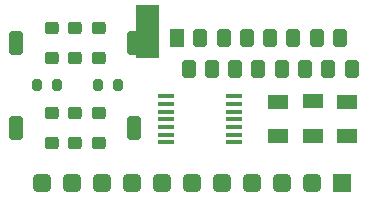
<source format=gbr>
G04 #@! TF.GenerationSoftware,KiCad,Pcbnew,(6.0.1-0)*
G04 #@! TF.CreationDate,2022-02-24T13:14:34-05:00*
G04 #@! TF.ProjectId,DC2VGA,44433256-4741-42e6-9b69-6361645f7063,1*
G04 #@! TF.SameCoordinates,Original*
G04 #@! TF.FileFunction,Soldermask,Top*
G04 #@! TF.FilePolarity,Negative*
%FSLAX46Y46*%
G04 Gerber Fmt 4.6, Leading zero omitted, Abs format (unit mm)*
G04 Created by KiCad (PCBNEW (6.0.1-0)) date 2022-02-24 13:14:34*
%MOMM*%
%LPD*%
G01*
G04 APERTURE LIST*
G04 Aperture macros list*
%AMRoundRect*
0 Rectangle with rounded corners*
0 $1 Rounding radius*
0 $2 $3 $4 $5 $6 $7 $8 $9 X,Y pos of 4 corners*
0 Add a 4 corners polygon primitive as box body*
4,1,4,$2,$3,$4,$5,$6,$7,$8,$9,$2,$3,0*
0 Add four circle primitives for the rounded corners*
1,1,$1+$1,$2,$3*
1,1,$1+$1,$4,$5*
1,1,$1+$1,$6,$7*
1,1,$1+$1,$8,$9*
0 Add four rect primitives between the rounded corners*
20,1,$1+$1,$2,$3,$4,$5,0*
20,1,$1+$1,$4,$5,$6,$7,0*
20,1,$1+$1,$6,$7,$8,$9,0*
20,1,$1+$1,$8,$9,$2,$3,0*%
G04 Aperture macros list end*
%ADD10C,0.100000*%
%ADD11R,1.820000X1.200000*%
%ADD12RoundRect,0.200000X0.200000X0.275000X-0.200000X0.275000X-0.200000X-0.275000X0.200000X-0.275000X0*%
%ADD13R,1.353299X0.354800*%
%ADD14RoundRect,0.262500X0.337500X0.262500X-0.337500X0.262500X-0.337500X-0.262500X0.337500X-0.262500X0*%
%ADD15RoundRect,0.312500X-0.312500X-0.687500X0.312500X-0.687500X0.312500X0.687500X-0.312500X0.687500X0*%
%ADD16R,1.524000X1.524000*%
%ADD17RoundRect,0.381000X0.381000X0.381000X-0.381000X0.381000X-0.381000X-0.381000X0.381000X-0.381000X0*%
%ADD18RoundRect,0.262500X-0.337500X-0.262500X0.337500X-0.262500X0.337500X0.262500X-0.337500X0.262500X0*%
%ADD19RoundRect,0.312500X0.312500X0.687500X-0.312500X0.687500X-0.312500X-0.687500X0.312500X-0.687500X0*%
%ADD20R,1.200000X1.524000*%
%ADD21RoundRect,0.300000X0.300000X0.462000X-0.300000X0.462000X-0.300000X-0.462000X0.300000X-0.462000X0*%
G04 APERTURE END LIST*
D10*
X134300000Y-95310000D02*
X136090000Y-95310000D01*
X136090000Y-95310000D02*
X136090000Y-99720000D01*
X136090000Y-99720000D02*
X134300000Y-99720000D01*
X134300000Y-99720000D02*
X134300000Y-95310000D01*
G36*
X134300000Y-95310000D02*
G01*
X136090000Y-95310000D01*
X136090000Y-99720000D01*
X134300000Y-99720000D01*
X134300000Y-95310000D01*
G37*
D11*
X149220000Y-103470000D03*
X149220000Y-106390000D03*
D12*
X127565000Y-102040000D03*
X125915000Y-102040000D03*
D11*
X152150000Y-103480000D03*
X152150000Y-106400000D03*
D12*
X132705000Y-102060000D03*
X131055000Y-102060000D03*
D13*
X142583748Y-106920001D03*
X142583748Y-106270000D03*
X142583748Y-105619999D03*
X142583748Y-104970000D03*
X142583748Y-104320001D03*
X142583748Y-103670000D03*
X142583748Y-103020001D03*
X136836252Y-103019999D03*
X136836252Y-103670000D03*
X136836252Y-104319999D03*
X136836252Y-104970000D03*
X136836252Y-105619999D03*
X136836252Y-106270000D03*
X136836252Y-106919999D03*
D11*
X146280000Y-103480000D03*
X146280000Y-106400000D03*
D14*
X131120000Y-104470000D03*
X129120000Y-104470000D03*
X127120000Y-104470000D03*
X131120000Y-106970000D03*
X129120000Y-106970000D03*
X127120000Y-106970000D03*
D15*
X134120000Y-105720000D03*
X124120000Y-105720000D03*
D16*
X151731634Y-110398008D03*
D17*
X149191634Y-110398008D03*
X146651634Y-110398008D03*
X131411634Y-110398008D03*
X128871634Y-110398008D03*
X139031634Y-110398008D03*
X136491634Y-110398008D03*
X126331634Y-110398008D03*
X144111634Y-110398008D03*
X133951634Y-110398008D03*
X141571634Y-110398008D03*
D18*
X127120000Y-99750000D03*
X129120000Y-99750000D03*
X131120000Y-99750000D03*
X127120000Y-97250000D03*
X129120000Y-97250000D03*
X131120000Y-97250000D03*
D19*
X124120000Y-98500000D03*
X134120000Y-98500000D03*
D20*
X137746684Y-98103008D03*
D21*
X138726684Y-100703008D03*
X139716684Y-98103008D03*
X140696684Y-100703008D03*
X141686684Y-98103008D03*
X142666684Y-100703008D03*
X143656684Y-98103008D03*
X144636684Y-100703008D03*
X145626684Y-98103008D03*
X146606684Y-100703008D03*
X147596684Y-98103008D03*
X148576684Y-100703008D03*
X149566684Y-98103008D03*
X150546684Y-100703008D03*
X151536684Y-98103008D03*
X152516684Y-100703008D03*
M02*

</source>
